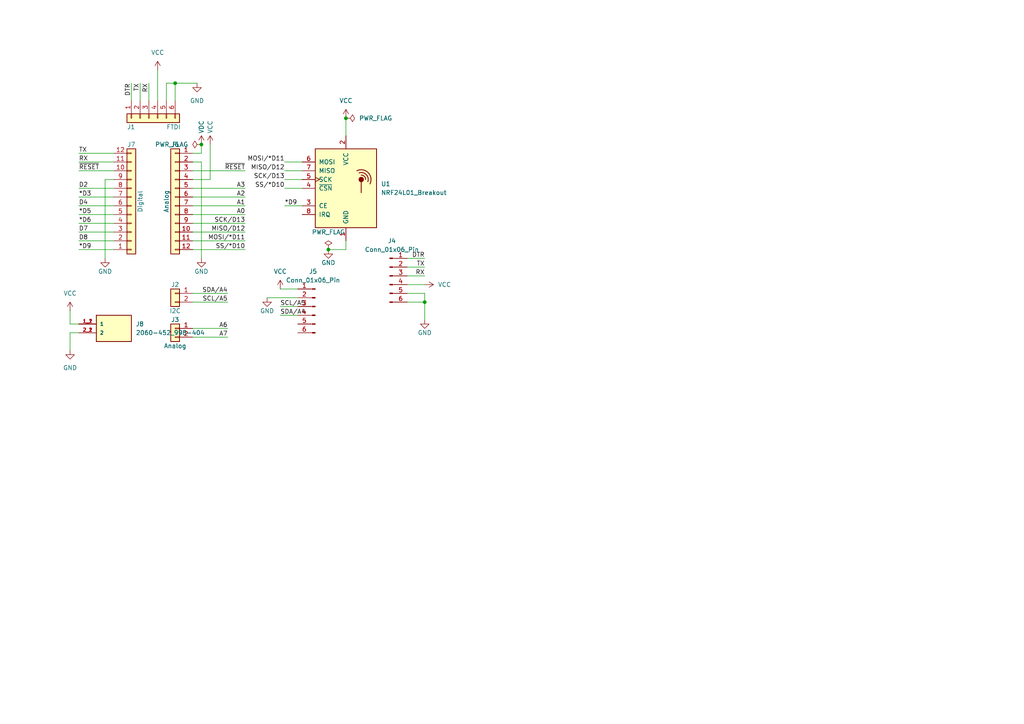
<source format=kicad_sch>
(kicad_sch (version 20250114) (generator "eeschema") (generator_version "9.0")
  (paper "A4")
  (title_block (date "sam. 04 avril 2015"))
  (lib_symbols
    (symbol "2060-452_998-404:2060-452_998-404" (pin_names (offset 1.016))
      (property "Reference" "J" (at -5.08 5.842 0))
      (property "Value" "2060-452_998-404" (at -5.08 -5.08 0))
      (symbol "2060-452_998-404_0_0"
        (rectangle (start -5.08 -2.54) (end 5.08 5.08) (stroke (width 0.254)) (fill (type background)))
        (pin passive line (at -10.16 2.54 0) (length 5.08) (name "1") (number "1_1"))
        (pin passive line (at -10.16 2.54 0) (length 5.08) (name "1") (number "1_2"))
        (pin passive line (at -10.16 0 0) (length 5.08) (name "2") (number "2_1"))
        (pin passive line (at -10.16 0 0) (length 5.08) (name "2") (number "2_2"))
      )
    )
    (symbol "Connector:Conn_01x06_Pin" (pin_names (offset 1.016) (hide yes))
      (property "Reference" "J" (at 0 7.62 0))
      (property "Value" "Conn_01x06_Pin" (at 0 -10.16 0))
      (symbol "Conn_01x06_Pin_1_1"
        (rectangle (start 0.8636 5.207) (end 0 4.953) (stroke (width 0.1524)) (fill (type outline)))
        (rectangle (start 0.8636 2.667) (end 0 2.413) (stroke (width 0.1524)) (fill (type outline)))
        (rectangle (start 0.8636 0.127) (end 0 -0.127) (stroke (width 0.1524)) (fill (type outline)))
        (rectangle (start 0.8636 -2.413) (end 0 -2.667) (stroke (width 0.1524)) (fill (type outline)))
        (rectangle (start 0.8636 -4.953) (end 0 -5.207) (stroke (width 0.1524)) (fill (type outline)))
        (rectangle (start 0.8636 -7.493) (end 0 -7.747) (stroke (width 0.1524)) (fill (type outline)))
        (polyline (pts (xy 1.27 5.08) (xy 0.8636 5.08)) (stroke (width 0.1524)))
        (polyline (pts (xy 1.27 2.54) (xy 0.8636 2.54)) (stroke (width 0.1524)))
        (polyline (pts (xy 1.27 0) (xy 0.8636 0)) (stroke (width 0.1524)))
        (polyline (pts (xy 1.27 -2.54) (xy 0.8636 -2.54)) (stroke (width 0.1524)))
        (polyline (pts (xy 1.27 -5.08) (xy 0.8636 -5.08)) (stroke (width 0.1524)))
        (polyline (pts (xy 1.27 -7.62) (xy 0.8636 -7.62)) (stroke (width 0.1524)))
        (pin passive line (at 5.08 5.08 180) (length 3.81) (name "Pin_1") (number "1"))
        (pin passive line (at 5.08 2.54 180) (length 3.81) (name "Pin_2") (number "2"))
        (pin passive line (at 5.08 0 180) (length 3.81) (name "Pin_3") (number "3"))
        (pin passive line (at 5.08 -2.54 180) (length 3.81) (name "Pin_4") (number "4"))
        (pin passive line (at 5.08 -5.08 180) (length 3.81) (name "Pin_5") (number "5"))
        (pin passive line (at 5.08 -7.62 180) (length 3.81) (name "Pin_6") (number "6"))
      )
    )
    (symbol "Connector_Generic:Conn_01x02" (pin_names (offset 1.016) (hide yes))
      (property "Reference" "J" (at 0 2.54 0))
      (property "Value" "Conn_01x02" (at 0 -5.08 0))
      (symbol "Conn_01x02_1_1"
        (rectangle (start -1.27 1.27) (end 1.27 -3.81) (stroke (width 0.254)) (fill (type background)))
        (rectangle (start -1.27 0.127) (end 0 -0.127) (stroke (width 0.1524)))
        (rectangle (start -1.27 -2.413) (end 0 -2.667) (stroke (width 0.1524)))
        (pin passive line (at -5.08 0 0) (length 3.81) (name "Pin_1") (number "1"))
        (pin passive line (at -5.08 -2.54 0) (length 3.81) (name "Pin_2") (number "2"))
      )
    )
    (symbol "Connector_Generic:Conn_01x06" (pin_names (offset 1.016) (hide yes))
      (property "Reference" "J" (at 0 7.62 0))
      (property "Value" "Conn_01x06" (at 0 -10.16 0))
      (symbol "Conn_01x06_1_1"
        (rectangle (start -1.27 6.35) (end 1.27 -8.89) (stroke (width 0.254)) (fill (type background)))
        (rectangle (start -1.27 5.207) (end 0 4.953) (stroke (width 0.1524)))
        (rectangle (start -1.27 2.667) (end 0 2.413) (stroke (width 0.1524)))
        (rectangle (start -1.27 0.127) (end 0 -0.127) (stroke (width 0.1524)))
        (rectangle (start -1.27 -2.413) (end 0 -2.667) (stroke (width 0.1524)))
        (rectangle (start -1.27 -4.953) (end 0 -5.207) (stroke (width 0.1524)))
        (rectangle (start -1.27 -7.493) (end 0 -7.747) (stroke (width 0.1524)))
        (pin passive line (at -5.08 5.08 0) (length 3.81) (name "Pin_1") (number "1"))
        (pin passive line (at -5.08 2.54 0) (length 3.81) (name "Pin_2") (number "2"))
        (pin passive line (at -5.08 0 0) (length 3.81) (name "Pin_3") (number "3"))
        (pin passive line (at -5.08 -2.54 0) (length 3.81) (name "Pin_4") (number "4"))
        (pin passive line (at -5.08 -5.08 0) (length 3.81) (name "Pin_5") (number "5"))
        (pin passive line (at -5.08 -7.62 0) (length 3.81) (name "Pin_6") (number "6"))
      )
    )
    (symbol "Connector_Generic:Conn_01x12" (pin_names (offset 1.016) (hide yes))
      (property "Reference" "J" (at 0 15.24 0))
      (property "Value" "Conn_01x12" (at 0 -17.78 0))
      (symbol "Conn_01x12_1_1"
        (rectangle (start -1.27 13.97) (end 1.27 -16.51) (stroke (width 0.254)) (fill (type background)))
        (rectangle (start -1.27 12.827) (end 0 12.573) (stroke (width 0.1524)))
        (rectangle (start -1.27 10.287) (end 0 10.033) (stroke (width 0.1524)))
        (rectangle (start -1.27 7.747) (end 0 7.493) (stroke (width 0.1524)))
        (rectangle (start -1.27 5.207) (end 0 4.953) (stroke (width 0.1524)))
        (rectangle (start -1.27 2.667) (end 0 2.413) (stroke (width 0.1524)))
        (rectangle (start -1.27 0.127) (end 0 -0.127) (stroke (width 0.1524)))
        (rectangle (start -1.27 -2.413) (end 0 -2.667) (stroke (width 0.1524)))
        (rectangle (start -1.27 -4.953) (end 0 -5.207) (stroke (width 0.1524)))
        (rectangle (start -1.27 -7.493) (end 0 -7.747) (stroke (width 0.1524)))
        (rectangle (start -1.27 -10.033) (end 0 -10.287) (stroke (width 0.1524)))
        (rectangle (start -1.27 -12.573) (end 0 -12.827) (stroke (width 0.1524)))
        (rectangle (start -1.27 -15.113) (end 0 -15.367) (stroke (width 0.1524)))
        (pin passive line (at -5.08 12.7 0) (length 3.81) (name "Pin_1") (number "1"))
        (pin passive line (at -5.08 10.16 0) (length 3.81) (name "Pin_2") (number "2"))
        (pin passive line (at -5.08 7.62 0) (length 3.81) (name "Pin_3") (number "3"))
        (pin passive line (at -5.08 5.08 0) (length 3.81) (name "Pin_4") (number "4"))
        (pin passive line (at -5.08 2.54 0) (length 3.81) (name "Pin_5") (number "5"))
        (pin passive line (at -5.08 0 0) (length 3.81) (name "Pin_6") (number "6"))
        (pin passive line (at -5.08 -2.54 0) (length 3.81) (name "Pin_7") (number "7"))
        (pin passive line (at -5.08 -5.08 0) (length 3.81) (name "Pin_8") (number "8"))
        (pin passive line (at -5.08 -7.62 0) (length 3.81) (name "Pin_9") (number "9"))
        (pin passive line (at -5.08 -10.16 0) (length 3.81) (name "Pin_10") (number "10"))
        (pin passive line (at -5.08 -12.7 0) (length 3.81) (name "Pin_11") (number "11"))
        (pin passive line (at -5.08 -15.24 0) (length 3.81) (name "Pin_12") (number "12"))
      )
    )
    (symbol "GND_1" (power) (pin_names (offset 0))
      (property "Value" "GND" (at 0 -3.81 0))
      (symbol "GND_1_0_1"
        (polyline (pts (xy 0 0) (xy 0 -1.27) (xy 1.27 -1.27) (xy 0 -2.54) (xy -1.27 -1.27) (xy 0 -1.27)))
      )
      (symbol "GND_1_1_1"
        (pin power_in line (at 0 0 270) (length 0) (hide yes) (name "GND") (number "1"))
      )
    )
    (symbol "GND_2" (power) (pin_names (offset 0))
      (property "Value" "GND" (at 0 -3.81 0))
      (symbol "GND_2_0_1"
        (polyline (pts (xy 0 0) (xy 0 -1.27) (xy 1.27 -1.27) (xy 0 -2.54) (xy -1.27 -1.27) (xy 0 -1.27)))
      )
      (symbol "GND_2_1_1"
        (pin power_in line (at 0 0 270) (length 0) (hide yes) (name "GND") (number "1"))
      )
    )
    (symbol "RF:NRF24L01_Breakout" (pin_names (offset 1.016))
      (property "Reference" "U" (at -8.89 12.7 0))
      (property "Value" "NRF24L01_Breakout" (at 3.81 12.7 0))
      (symbol "NRF24L01_Breakout_0_1"
        (rectangle (start -8.89 11.43) (end 8.89 -11.43) (stroke (width 0.254)) (fill (type background)))
        (arc (start 3.175 5.08) (mid 6.453 4.548) (end 6.985 1.27) (stroke (width 0.254)))
        (circle (center 4.445 2.54) (radius 0.635) (stroke (width 0.254)) (fill (type outline)))
        (polyline (pts (xy 4.445 1.905) (xy 4.445 -1.27)) (stroke (width 0.254)))
        (arc (start 3.81 4.445) (mid 5.8835 3.9785) (end 6.35 1.905) (stroke (width 0.254)))
        (arc (start 4.445 3.81) (mid 5.3558 3.4508) (end 5.715 2.54) (stroke (width 0.254)))
      )
      (symbol "NRF24L01_Breakout_1_1"
        (pin input line (at -12.7 7.62 0) (length 3.81) (name "MOSI") (number "6"))
        (pin output line (at -12.7 5.08 0) (length 3.81) (name "MISO") (number "7"))
        (pin input clock (at -12.7 2.54 0) (length 3.81) (name "SCK") (number "5"))
        (pin input line (at -12.7 0 0) (length 3.81) (name "~{CSN}") (number "4"))
        (pin input line (at -12.7 -5.08 0) (length 3.81) (name "CE") (number "3"))
        (pin output line (at -12.7 -7.62 0) (length 3.81) (name "IRQ") (number "8"))
        (pin power_in line (at 0 15.24 270) (length 3.81) (name "VCC") (number "2"))
        (pin power_in line (at 0 -15.24 90) (length 3.81) (name "GND") (number "1"))
      )
    )
    (symbol "VCC_1" (power) (pin_names (offset 0))
      (property "Value" "VCC" (at 0 3.81 0))
      (symbol "VCC_1_0_1"
        (polyline (pts (xy -0.762 1.27) (xy 0 2.54)))
        (polyline (pts (xy 0 2.54) (xy 0.762 1.27)))
        (polyline (pts (xy 0 0) (xy 0 2.54)))
      )
      (symbol "VCC_1_1_1"
        (pin power_in line (at 0 0 90) (length 0) (hide yes) (name "VCC") (number "1"))
      )
    )
    (symbol "VCC_2" (power) (pin_names (offset 0))
      (property "Value" "VCC" (at 0 3.81 0))
      (symbol "VCC_2_0_1"
        (polyline (pts (xy -0.762 1.27) (xy 0 2.54)))
        (polyline (pts (xy 0 2.54) (xy 0.762 1.27)))
        (polyline (pts (xy 0 0) (xy 0 2.54)))
      )
      (symbol "VCC_2_1_1"
        (pin power_in line (at 0 0 90) (length 0) (hide yes) (name "VCC") (number "1"))
      )
    )
    (symbol "VCC_3" (power) (pin_names (offset 0))
      (property "Value" "VCC" (at 0 3.81 0))
      (symbol "VCC_3_0_1"
        (polyline (pts (xy -0.762 1.27) (xy 0 2.54)))
        (polyline (pts (xy 0 2.54) (xy 0.762 1.27)))
        (polyline (pts (xy 0 0) (xy 0 2.54)))
      )
      (symbol "VCC_3_1_1"
        (pin power_in line (at 0 0 90) (length 0) (hide yes) (name "VCC") (number "1"))
      )
    )
    (symbol "power:GND" (power) (pin_names (offset 0))
      (property "Value" "GND" (at 0 -3.81 0))
      (symbol "GND_0_1"
        (polyline (pts (xy 0 0) (xy 0 -1.27) (xy 1.27 -1.27) (xy 0 -2.54) (xy -1.27 -1.27) (xy 0 -1.27)))
      )
      (symbol "GND_1_1"
        (pin power_in line (at 0 0 270) (length 0) (hide yes) (name "GND") (number "1"))
      )
    )
    (symbol "power:PWR_FLAG" (power) (pin_numbers (hide yes)) (pin_names (offset 0) (hide yes))
      (property "Value" "PWR_FLAG" (at 0 3.81 0))
      (symbol "PWR_FLAG_0_0"
        (pin power_out line (at 0 0 90) (length 0) (name "pwr") (number "1"))
      )
      (symbol "PWR_FLAG_0_1"
        (polyline (pts (xy 0 0) (xy 0 1.27) (xy -1.016 1.905) (xy 0 2.54) (xy 1.016 1.905) (xy 0 1.27)))
      )
    )
    (symbol "power:VCC" (power) (pin_names (offset 0))
      (property "Value" "VCC" (at 0 3.81 0))
      (symbol "VCC_0_1"
        (polyline (pts (xy -0.762 1.27) (xy 0 2.54)))
        (polyline (pts (xy 0 2.54) (xy 0.762 1.27)))
        (polyline (pts (xy 0 0) (xy 0 2.54)))
      )
      (symbol "VCC_1_1"
        (pin power_in line (at 0 0 90) (length 0) (hide yes) (name "VCC") (number "1"))
      )
    )
    (symbol "power:VDC" (power) (pin_names (offset 0))
      (property "Value" "VDC" (at 0 6.35 0))
      (symbol "VDC_0_1"
        (polyline (pts (xy -0.762 1.27) (xy 0 2.54)))
        (polyline (pts (xy 0 2.54) (xy 0.762 1.27)))
        (polyline (pts (xy 0 0) (xy 0 2.54)))
      )
      (symbol "VDC_1_1"
        (pin power_in line (at 0 0 90) (length 0) (hide yes) (name "VDC") (number "1"))
      )
    )
  )
  (junction (at 100.33 34.29))
  (junction (at 123.19 87.63))
  (junction (at 50.8 24.13))
  (junction (at 58.42 41.91))
  (junction (at 95.25 72.39))
  (wire (pts (xy 100.33 72.39) (xy 95.25 72.39)))
  (wire (pts (xy 123.19 85.09) (xy 123.19 87.63)))
  (wire (pts (xy 48.26 24.13) (xy 48.26 29.21)))
  (wire (pts (xy 55.88 44.45) (xy 58.42 44.45)))
  (wire (pts (xy 58.42 41.91) (xy 58.42 44.45)))
  (wire (pts (xy 22.86 69.85) (xy 33.02 69.85)))
  (wire (pts (xy 118.11 87.63) (xy 123.19 87.63)))
  (wire (pts (xy 30.48 52.07) (xy 30.48 74.93)))
  (wire (pts (xy 55.88 59.69) (xy 71.12 59.69)))
  (wire (pts (xy 45.72 20.32) (xy 45.72 29.21)))
  (wire (pts (xy 55.88 97.79) (xy 66.04 97.79)))
  (wire (pts (xy 86.36 91.44) (xy 81.28 91.44)))
  (wire (pts (xy 50.8 24.13) (xy 57.15 24.13)))
  (wire (pts (xy 55.88 72.39) (xy 71.12 72.39)))
  (wire (pts (xy 55.88 69.85) (xy 71.12 69.85)))
  (wire (pts (xy 58.42 46.99) (xy 58.42 74.93)))
  (wire (pts (xy 20.32 90.17) (xy 20.32 93.98)))
  (wire (pts (xy 43.18 24.13) (xy 43.18 29.21)))
  (wire (pts (xy 55.88 54.61) (xy 71.12 54.61)))
  (wire (pts (xy 55.88 57.15) (xy 71.12 57.15)))
  (wire (pts (xy 60.96 41.91) (xy 60.96 52.07)))
  (wire (pts (xy 38.1 24.13) (xy 38.1 29.21)))
  (wire (pts (xy 77.47 86.36) (xy 86.36 86.36)))
  (wire (pts (xy 118.11 82.55) (xy 123.19 82.55)))
  (wire (pts (xy 86.36 88.9) (xy 81.28 88.9)))
  (wire (pts (xy 22.86 46.99) (xy 33.02 46.99)))
  (wire (pts (xy 118.11 80.01) (xy 123.19 80.01)))
  (wire (pts (xy 55.88 52.07) (xy 60.96 52.07)))
  (wire (pts (xy 22.86 57.15) (xy 33.02 57.15)))
  (wire (pts (xy 22.86 44.45) (xy 33.02 44.45)))
  (wire (pts (xy 30.48 52.07) (xy 33.02 52.07)))
  (wire (pts (xy 55.88 85.09) (xy 66.04 85.09)))
  (wire (pts (xy 55.88 62.23) (xy 71.12 62.23)))
  (wire (pts (xy 82.55 49.53) (xy 87.63 49.53)))
  (wire (pts (xy 55.88 67.31) (xy 71.12 67.31)))
  (wire (pts (xy 86.36 83.82) (xy 81.28 83.82)))
  (wire (pts (xy 48.26 24.13) (xy 50.8 24.13)))
  (wire (pts (xy 82.55 46.99) (xy 87.63 46.99)))
  (wire (pts (xy 100.33 69.85) (xy 100.33 72.39)))
  (wire (pts (xy 22.86 54.61) (xy 33.02 54.61)))
  (wire (pts (xy 22.86 72.39) (xy 33.02 72.39)))
  (wire (pts (xy 82.55 59.69) (xy 87.63 59.69)))
  (wire (pts (xy 118.11 85.09) (xy 123.19 85.09)))
  (wire (pts (xy 22.86 59.69) (xy 33.02 59.69)))
  (wire (pts (xy 55.88 49.53) (xy 71.12 49.53)))
  (wire (pts (xy 40.64 24.13) (xy 40.64 29.21)))
  (wire (pts (xy 118.11 77.47) (xy 123.19 77.47)))
  (wire (pts (xy 22.86 64.77) (xy 33.02 64.77)))
  (wire (pts (xy 100.33 34.29) (xy 100.33 39.37)))
  (wire (pts (xy 22.86 62.23) (xy 33.02 62.23)))
  (wire (pts (xy 82.55 52.07) (xy 87.63 52.07)))
  (wire (pts (xy 55.88 95.25) (xy 66.04 95.25)))
  (wire (pts (xy 22.86 67.31) (xy 33.02 67.31)))
  (wire (pts (xy 55.88 87.63) (xy 66.04 87.63)))
  (wire (pts (xy 82.55 54.61) (xy 87.63 54.61)))
  (wire (pts (xy 20.32 96.52) (xy 20.32 101.6)))
  (wire (pts (xy 55.88 64.77) (xy 71.12 64.77)))
  (wire (pts (xy 55.88 46.99) (xy 58.42 46.99)))
  (wire (pts (xy 50.8 24.13) (xy 50.8 29.21)))
  (wire (pts (xy 118.11 74.93) (xy 123.19 74.93)))
  (wire (pts (xy 22.86 93.98) (xy 20.32 93.98)))
  (wire (pts (xy 22.86 49.53) (xy 33.02 49.53)))
  (wire (pts (xy 22.86 96.52) (xy 20.32 96.52)))
  (wire (pts (xy 123.19 87.63) (xy 123.19 92.71)))
  (label "D4" (at 22.86 59.69 0))
  (label "MISO{slash}D12" (at 71.12 67.31 180))
  (label "MISO{slash}D12" (at 82.55 49.53 180))
  (label "TX" (at 22.86 44.45 0))
  (label "*D9" (at 82.55 59.69 0))
  (label "SDA{slash}A4" (at 81.28 91.44 0))
  (label "TX" (at 40.64 24.13 270))
  (label "RX" (at 123.19 80.01 180))
  (label "MOSI{slash}*D11" (at 82.55 46.99 180))
  (label "A2" (at 71.12 57.15 180))
  (label "A0" (at 71.12 62.23 180))
  (label "MOSI{slash}*D11" (at 71.12 69.85 180))
  (label "SDA{slash}A4" (at 66.04 85.09 180))
  (label "*D3" (at 22.86 57.15 0))
  (label "D2" (at 22.86 54.61 0))
  (label "SCK{slash}D13" (at 82.55 52.07 180))
  (label "*D5" (at 22.86 62.23 0))
  (label "*D6" (at 22.86 64.77 0))
  (label "DTR" (at 38.1 24.13 270))
  (label "D8" (at 22.86 69.85 0))
  (label "SS{slash}*D10" (at 82.55 54.61 180))
  (label "*D9" (at 22.86 72.39 0))
  (label "~{RESET}" (at 71.12 49.53 180))
  (label "A1" (at 71.12 59.69 180))
  (label "RX" (at 22.86 46.99 0))
  (label "A6" (at 66.04 95.25 180))
  (label "SCL{slash}A5" (at 81.28 88.9 0))
  (label "D7" (at 22.86 67.31 0))
  (label "DTR" (at 123.19 74.93 180))
  (label "A3" (at 71.12 54.61 180))
  (label "~{RESET}" (at 22.86 49.53 0))
  (label "TX" (at 123.19 77.47 180))
  (label "SCL{slash}A5" (at 66.04 87.63 180))
  (label "SS{slash}*D10" (at 71.12 72.39 180))
  (label "SCK{slash}D13" (at 71.12 64.77 180))
  (label "A7" (at 66.04 97.79 180))
  (label "RX" (at 43.18 24.13 270))
  (symbol (lib_id "Connector_Generic:Conn_01x12") (at 38.1 59.69 0) (mirror x) (unit 1)
    (property "Reference" "J7" (at 38.1 41.91 0))
    (property "Value" "Digital" (at 40.64 58.42 90))
    (property "Footprint" "Connector_PinHeader_2.54mm:PinHeader_1x12_P2.54mm_Vertical" (effects (hide yes)))
  )
  (symbol (lib_id "Connector_Generic:Conn_01x12") (at 50.8 57.15 0) (mirror y) (unit 1)
    (property "Reference" "J6" (at 50.8 41.91 0))
    (property "Value" "Analog" (at 48.26 58.42 90))
    (property "Footprint" "Connector_PinHeader_2.54mm:PinHeader_1x12_P2.54mm_Vertical" (effects (hide yes)))
  )
  (symbol (lib_name "GND_1") (lib_id "power:GND") (at 57.15 24.13 0) (unit 1)
    (property "Reference" "#PWR02" (effects (hide yes)))
    (property "Value" "GND" (at 57.15 29.21 0))
    (property "Description" "Power symbol creates a global label with name \"GND\" , ground" (effects (hide yes)))
  )
  (symbol (lib_id "power:GND") (at 58.42 74.93 0) (unit 1)
    (property "Reference" "#PWR0106" (effects (hide yes)))
    (property "Value" "GND" (at 58.42 78.74 0))
  )
  (symbol (lib_id "Connector:Conn_01x06_Pin") (at 113.03 80.01 0) (unit 1)
    (property "Reference" "J4" (at 113.665 69.85 0))
    (property "Value" "Conn_01x06_Pin" (at 113.665 72.39 0))
    (property "Footprint" "Connector_PinHeader_2.54mm:PinHeader_1x06_P2.54mm_Vertical_SMD_Pin1Right" (effects (hide yes)))
    (property "Description" "Generic connector, single row, 01x06, script generated" (effects (hide yes)))
  )
  (symbol (lib_id "Connector:Conn_01x06_Pin") (at 91.44 88.9 0) (mirror y) (unit 1)
    (property "Reference" "J5" (at 90.805 78.74 0))
    (property "Value" "Conn_01x06_Pin" (at 90.805 81.28 0))
    (property "Footprint" "Connector_PinHeader_2.54mm:PinHeader_1x06_P2.54mm_Vertical_SMD_Pin1Right" (effects (hide yes)))
    (property "Description" "Generic connector, single row, 01x06, script generated" (effects (hide yes)))
  )
  (symbol (lib_id "power:PWR_FLAG") (at 95.25 72.39 0) (unit 1)
    (property "Reference" "#FLG01" (effects (hide yes)))
    (property "Value" "PWR_FLAG" (at 95.25 67.31 0))
    (property "Description" "Special symbol for telling ERC where power comes from" (effects (hide yes)))
  )
  (symbol (lib_id "Connector_Generic:Conn_01x02") (at 50.8 95.25 0) (mirror y) (unit 1)
    (property "Reference" "J3" (at 50.8 92.71 0))
    (property "Value" "Analog" (at 50.8 100.33 0))
    (property "Footprint" "Connector_PinHeader_2.54mm:PinHeader_1x02_P2.54mm_Vertical" (effects (hide yes)))
  )
  (symbol (lib_name "GND_2") (lib_id "power:GND") (at 20.32 101.6 0) (unit 1)
    (property "Reference" "#PWR010" (effects (hide yes)))
    (property "Value" "GND" (at 20.32 106.68 0))
    (property "Description" "Power symbol creates a global label with name \"GND\" , ground" (effects (hide yes)))
  )
  (symbol (lib_id "power:GND") (at 30.48 74.93 0) (unit 1)
    (property "Reference" "#PWR0105" (effects (hide yes)))
    (property "Value" "GND" (at 30.48 78.74 0))
  )
  (symbol (lib_id "power:GND") (at 95.25 72.39 0) (unit 1)
    (property "Reference" "#PWR03" (effects (hide yes)))
    (property "Value" "GND" (at 95.25 76.2 0))
  )
  (symbol (lib_id "power:GND") (at 123.19 92.71 0) (unit 1)
    (property "Reference" "#PWR06" (effects (hide yes)))
    (property "Value" "GND" (at 123.19 96.52 0))
  )
  (symbol (lib_id "power:GND") (at 77.47 86.36 0) (unit 1)
    (property "Reference" "#PWR08" (effects (hide yes)))
    (property "Value" "GND" (at 77.47 90.17 0))
  )
  (symbol (lib_id "2060-452_998-404:2060-452_998-404") (at 33.02 96.52 0) (unit 1)
    (property "Reference" "J8" (at 39.37 93.9799 0) (effects (justify left)))
    (property "Value" "2060-452_998-404" (at 39.37 96.5199 0) (effects (justify left)))
    (property "Footprint" "ee:WAGO_2060-452_998-404" (effects (hide yes)))
    (property "MF" "WAGO Innovative Connections" (effects (hide yes)))
    (property "MAXIMUM_PACKAGE_HEIGHT" "4.5 mm" (effects (hide yes)))
    (property "Package" "None" (effects (hide yes)))
    (property "Price" "None" (effects (hide yes)))
    (property "Check_prices" "https://www.snapeda.com/parts/2060-452/998-404/WAGO/view-part/?ref=eda" (effects (hide yes)))
    (property "STANDARD" "Manufacturer Recommendations" (effects (hide yes)))
    (property "PARTREV" "N/A" (effects (hide yes)))
    (property "SnapEDA_Link" "https://www.snapeda.com/parts/2060-452/998-404/WAGO/view-part/?ref=snap" (effects (hide yes)))
    (property "MP" "2060-452/998-404" (effects (hide yes)))
    (property "Description_1" "2 Position Wire to Board Terminal Block Horizontal with Board 0.157 (4.00mm) Surface Mount" (effects (hide yes)))
    (property "MANUFACTURER" "WAGO" (effects (hide yes)))
    (property "Availability" "In Stock" (effects (hide yes)))
    (property "SNAPEDA_PN" "2060-452/998-404" (effects (hide yes)))
  )
  (symbol (lib_name "VCC_1") (lib_id "power:VCC") (at 123.19 82.55 270) (unit 1)
    (property "Reference" "#PWR05" (effects (hide yes)))
    (property "Value" "VCC" (at 127 82.5499 90) (effects (justify left)))
    (property "Description" "Power symbol creates a global label with name \"VCC\"" (effects (hide yes)))
  )
  (symbol (lib_id "power:VDC") (at 58.42 41.91 0) (unit 1)
    (property "Reference" "#PWR0103" (effects (hide yes)))
    (property "Value" "VDC" (at 58.42 36.83 90))
  )
  (symbol (lib_id "Connector_Generic:Conn_01x06") (at 43.18 34.29 90) (mirror x) (unit 1)
    (property "Reference" "J1" (at 36.83 36.83 90) (effects (justify right)))
    (property "Value" "FTDI" (at 48.26 36.83 90) (effects (justify right)))
    (property "Footprint" "Connector_PinHeader_2.54mm:PinHeader_1x06_P2.54mm_Horizontal" (effects (hide yes)))
  )
  (symbol (lib_id "RF:NRF24L01_Breakout") (at 100.33 54.61 0) (unit 1)
    (property "Reference" "U1" (at 110.49 53.3399 0) (effects (justify left)))
    (property "Value" "NRF24L01_Breakout" (at 110.49 55.8799 0) (effects (justify left)))
    (property "Footprint" "Connector_PinHeader_2.54mm:PinHeader_2x04_P2.54mm_Vertical_SMD" (effects (hide yes)))
    (property "Datasheet" "http://www.nordicsemi.com/eng/content/download/2730/34105/file/nRF24L01_Product_Specification_v2_0.pdf" (effects (hide yes)))
    (property "Description" "Ultra low power 2.4GHz RF Transceiver, Carrier PCB" (effects (hide yes)))
  )
  (symbol (lib_name "VCC_1") (lib_id "power:VCC") (at 45.72 20.32 0) (unit 1)
    (property "Reference" "#PWR01" (effects (hide yes)))
    (property "Value" "VCC" (at 45.72 15.24 0))
    (property "Description" "Power symbol creates a global label with name \"VCC\"" (effects (hide yes)))
  )
  (symbol (lib_id "power:PWR_FLAG") (at 58.42 41.91 90) (unit 1)
    (property "Reference" "#FLG03" (effects (hide yes)))
    (property "Value" "PWR_FLAG" (at 54.61 41.9099 90) (effects (justify left)))
    (property "Description" "Special symbol for telling ERC where power comes from" (effects (hide yes)))
  )
  (symbol (lib_id "power:PWR_FLAG") (at 100.33 34.29 270) (unit 1)
    (property "Reference" "#FLG02" (effects (hide yes)))
    (property "Value" "PWR_FLAG" (at 104.14 34.2899 90) (effects (justify left)))
    (property "Description" "Special symbol for telling ERC where power comes from" (effects (hide yes)))
  )
  (symbol (lib_name "VCC_2") (lib_id "power:VCC") (at 100.33 34.29 0) (unit 1)
    (property "Reference" "#PWR04" (effects (hide yes)))
    (property "Value" "VCC" (at 100.33 29.21 0))
    (property "Description" "Power symbol creates a global label with name \"VCC\"" (effects (hide yes)))
  )
  (symbol (lib_id "power:VCC") (at 60.96 41.91 0) (unit 1)
    (property "Reference" "#PWR0102" (effects (hide yes)))
    (property "Value" "VCC" (at 60.96 36.83 90))
  )
  (symbol (lib_name "VCC_1") (lib_id "power:VCC") (at 81.28 83.82 0) (unit 1)
    (property "Reference" "#PWR07" (effects (hide yes)))
    (property "Value" "VCC" (at 81.28 78.74 0))
    (property "Description" "Power symbol creates a global label with name \"VCC\"" (effects (hide yes)))
  )
  (symbol (lib_id "Connector_Generic:Conn_01x02") (at 50.8 85.09 0) (mirror y) (unit 1)
    (property "Reference" "J2" (at 50.8 82.55 0))
    (property "Value" "I2C" (at 50.8 90.17 0))
    (property "Footprint" "Connector_PinHeader_2.54mm:PinHeader_1x02_P2.54mm_Vertical" (effects (hide yes)))
  )
  (symbol (lib_name "VCC_3") (lib_id "power:VCC") (at 20.32 90.17 0) (unit 1)
    (property "Reference" "#PWR09" (effects (hide yes)))
    (property "Value" "VCC" (at 20.32 85.09 0))
    (property "Description" "Power symbol creates a global label with name \"VCC\"" (effects (hide yes)))
  )
)
</source>
